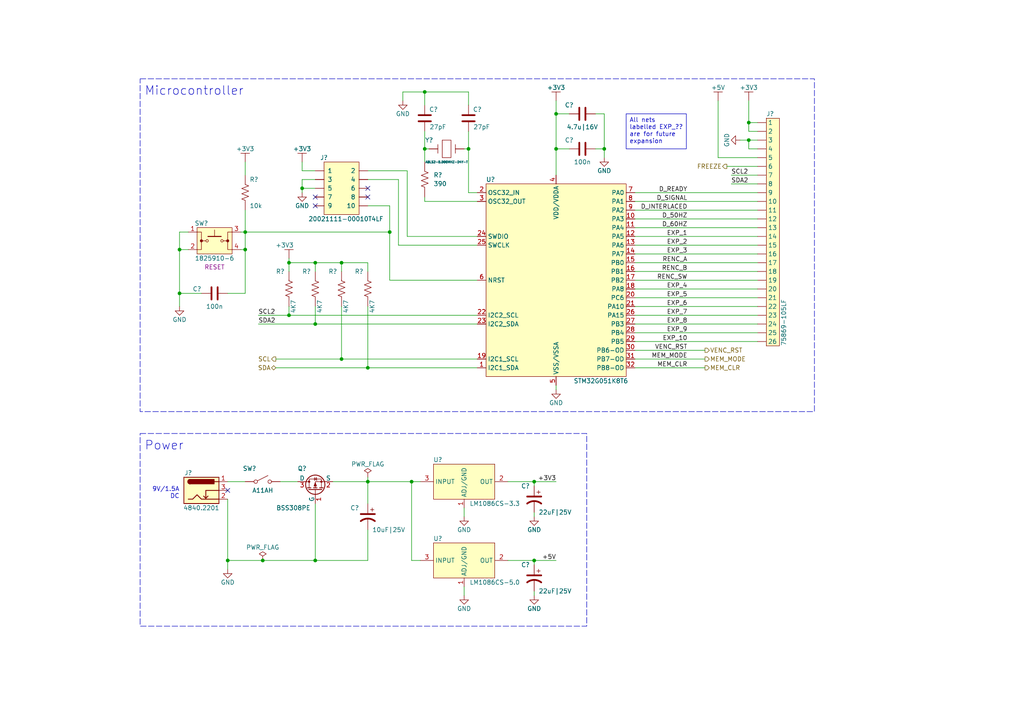
<source format=kicad_sch>
(kicad_sch (version 20230121) (generator eeschema)
  (paper "A4")
  (title_block (title "Time Base Corrector and Video Scaler") (date "2024-01-15") (rev "1"))
  (lib_symbols
    (symbol "593D226X9025D2TE3_1" (pin_numbers hide) (pin_names (offset 1.016) hide)
      (property "Reference" "C" (at 0 -5.08 0))
      (property "Value" "22uF|25V" (at 0 5.08 0))
      (symbol "593D226X9025D2TE3_1_0_1"
        (polyline (pts (xy -2.54 1.27) (xy -1.524 1.27)))
        (polyline (pts (xy -2.032 0.762) (xy -2.032 1.778)))
        (polyline (pts (xy -0.762 -2.032) (xy -0.762 2.032)) (stroke (width 0.508)))
        (arc (start 1.27 2.032) (mid 0.5572 0) (end 1.27 -2.032) (stroke (width 0.508)))
      )
      (symbol "593D226X9025D2TE3_1_1_1"
        (pin passive line (at -3.81 0 0) (length 2.794) (name "~") (number "1"))
        (pin passive line (at 3.81 0 180) (length 3.302) (name "~") (number "2"))
      )
    )
    (symbol "tbc:+3V3" (power) (pin_numbers hide) (pin_names (offset 1.016) hide)
      (property "Value" "+3V3" (at 0 3.81 0))
      (symbol "+3V3_0_1"
        (polyline (pts (xy -1.27 2.54) (xy 1.27 2.54)))
        (polyline (pts (xy 0 0) (xy 0 2.54)))
      )
      (symbol "+3V3_1_1"
        (pin power_in line (at 0 0 90) (length 0) hide (name "+3V3") (number "1"))
      )
    )
    (symbol "tbc:+5V" (power) (pin_numbers hide) (pin_names (offset 1.016) hide)
      (property "Value" "+5V" (at 0 3.81 0))
      (symbol "+5V_0_1"
        (polyline (pts (xy -1.27 2.54) (xy 1.27 2.54)))
        (polyline (pts (xy 0 0) (xy 0 2.54)))
      )
      (symbol "+5V_1_1"
        (pin power_in line (at 0 0 90) (length 0) hide (name "+5V") (number "1"))
      )
    )
    (symbol "tbc:1825910-6" (pin_names (offset 1.016) hide)
      (property "Reference" "SW" (at 0 -5.08 0))
      (property "Value" "1825910-6" (at 0 -10.16 0))
      (symbol "1825910-6_0_1"
        (rectangle (start -5.08 3.81) (end 5.08 -3.81) (fill (type background)))
        (circle (center -3.81 0) (radius 0.3556) (fill (type outline)))
        (circle (center -2.159 0) (radius 0.3556))
        (polyline (pts (xy -3.81 0) (xy -2.54 0)))
        (polyline (pts (xy -1.905 1.27) (xy 1.905 1.27)) (stroke (width 0.3048)))
        (polyline (pts (xy 0 1.27) (xy 0 3.175)))
        (polyline (pts (xy 2.54 0) (xy 3.81 0)))
        (polyline (pts (xy -5.08 2.54) (xy -3.81 2.54) (xy -3.81 -2.54) (xy -5.08 -2.54)))
        (polyline (pts (xy 5.08 2.54) (xy 3.81 2.54) (xy 3.81 -2.54) (xy 5.08 -2.54)))
        (circle (center 2.159 0) (radius 0.3556))
        (circle (center 3.81 0) (radius 0.3556) (fill (type outline)))
      )
      (symbol "1825910-6_1_1"
        (pin passive line (at -7.62 2.54 0) (length 2.54) (name "1") (number "1"))
        (pin passive line (at -7.62 -2.54 0) (length 2.54) (name "2") (number "2"))
        (pin passive line (at 7.62 2.54 180) (length 2.54) (name "3") (number "3"))
        (pin passive line (at 7.62 -2.54 180) (length 2.54) (name "4") (number "4"))
      )
    )
    (symbol "tbc:20021111-00010T4LF" (pin_numbers hide) (pin_names (offset 1.016))
      (property "Reference" "J" (at -3.81 8.89 0))
      (property "Value" "20021111-00010T4LF" (at 0 -10.16 0))
      (symbol "20021111-00010T4LF_0_1"
        (rectangle (start -5.08 7.62) (end 5.08 -7.62) (fill (type background)))
      )
      (symbol "20021111-00010T4LF_1_1"
        (pin passive line (at -7.62 5.08 0) (length 2.54) (name "1") (number "1"))
        (pin passive line (at 7.62 -5.08 180) (length 2.54) (name "10") (number "10"))
        (pin passive line (at 7.62 5.08 180) (length 2.54) (name "2") (number "2"))
        (pin passive line (at -7.62 2.54 0) (length 2.54) (name "3") (number "3"))
        (pin passive line (at 7.62 2.54 180) (length 2.54) (name "4") (number "4"))
        (pin passive line (at -7.62 0 0) (length 2.54) (name "5") (number "5"))
        (pin passive line (at 7.62 0 180) (length 2.54) (name "6") (number "6"))
        (pin passive line (at -7.62 -2.54 0) (length 2.54) (name "7") (number "7"))
        (pin passive line (at 7.62 -2.54 180) (length 2.54) (name "8") (number "8"))
        (pin passive line (at -7.62 -5.08 0) (length 2.54) (name "9") (number "9"))
      )
    )
    (symbol "tbc:293D106X9025C2TE3" (pin_numbers hide) (pin_names (offset 1.016) hide)
      (property "Reference" "C" (at 0 -5.08 0))
      (property "Value" "10uF|25V" (at 0 5.08 0))
      (symbol "293D106X9025C2TE3_0_1"
        (polyline (pts (xy -2.54 1.27) (xy -1.524 1.27)))
        (polyline (pts (xy -2.032 0.762) (xy -2.032 1.778)))
        (polyline (pts (xy -0.762 -2.032) (xy -0.762 2.032)) (stroke (width 0.508)))
        (arc (start 1.27 2.032) (mid 0.5572 0) (end 1.27 -2.032) (stroke (width 0.508)))
      )
      (symbol "293D106X9025C2TE3_1_1"
        (pin passive line (at -3.81 0 0) (length 2.794) (name "~") (number "1"))
        (pin passive line (at 3.81 0 180) (length 3.302) (name "~") (number "2"))
      )
    )
    (symbol "tbc:4840.2201"
      (property "Reference" "J" (at -6.35 5.08 0))
      (property "Value" "4840.2201" (at 0 -5.08 0))
      (symbol "4840.2201_0_1"
        (rectangle (start -6.35 3.81) (end 3.81 -3.81) (stroke (width 0.254)) (fill (type background)))
        (arc (start -4.572 3.175) (mid -5.2043 2.54) (end -4.572 1.905) (stroke (width 0.254)))
        (arc (start -4.572 3.175) (mid -5.2043 2.54) (end -4.572 1.905) (stroke (width 0.254)) (fill (type outline)))
        (polyline (pts (xy 0 -2.286) (xy 0.635 -1.651)) (stroke (width 0.254)))
        (polyline (pts (xy 3.81 2.54) (xy 2.54 2.54)) (stroke (width 0.254)))
        (polyline (pts (xy 3.81 0) (xy 0 0) (xy 0 -2.286) (xy -0.635 -1.651)) (stroke (width 0.254)))
        (polyline (pts (xy -5.08 -2.54) (xy -3.81 -2.54) (xy -2.54 -1.27) (xy -1.27 -2.54) (xy 1.27 -2.54) (xy 3.81 -2.54)) (stroke (width 0.254)))
        (rectangle (start 2.413 3.175) (end -4.572 1.905) (stroke (width 0.254)) (fill (type outline)))
      )
      (symbol "4840.2201_1_1"
        (pin passive line (at 6.35 2.54 180) (length 2.54) (name "~") (number "1"))
        (pin passive line (at 6.35 -2.54 180) (length 2.54) (name "~") (number "2"))
        (pin passive line (at 6.35 0 180) (length 2.54) (name "~") (number "3"))
      )
    )
    (symbol "tbc:593D226X9025D2TE3" (pin_numbers hide) (pin_names (offset 1.016) hide)
      (property "Reference" "C" (at 0 -5.08 0))
      (property "Value" "22uF|25V" (at 0 5.08 0))
      (symbol "593D226X9025D2TE3_0_1"
        (polyline (pts (xy -2.54 1.27) (xy -1.524 1.27)))
        (polyline (pts (xy -2.032 0.762) (xy -2.032 1.778)))
        (polyline (pts (xy -0.762 -2.032) (xy -0.762 2.032)) (stroke (width 0.508)))
        (arc (start 1.27 2.032) (mid 0.5572 0) (end 1.27 -2.032) (stroke (width 0.508)))
      )
      (symbol "593D226X9025D2TE3_1_1"
        (pin passive line (at -3.81 0 0) (length 2.794) (name "~") (number "1"))
        (pin passive line (at 3.81 0 180) (length 3.302) (name "~") (number "2"))
      )
    )
    (symbol "tbc:75869-105LF" (pin_numbers hide)
      (property "Reference" "J" (at 0 33.02 0))
      (property "Value" "75869-105LF" (at 0 -36.83 0))
      (symbol "75869-105LF_0_0"
        (pin passive line (at -2.54 30.48 0) (length 2.54) (name "1") (number "1"))
        (pin passive line (at -2.54 7.62 0) (length 2.54) (name "10") (number "10"))
        (pin passive line (at -2.54 5.08 0) (length 2.54) (name "11") (number "11"))
        (pin passive line (at -2.54 2.54 0) (length 2.54) (name "12") (number "12"))
        (pin passive line (at -2.54 0 0) (length 2.54) (name "13") (number "13"))
        (pin passive line (at -2.54 -2.54 0) (length 2.54) (name "14") (number "14"))
        (pin passive line (at -2.54 -5.08 0) (length 2.54) (name "15") (number "15"))
        (pin passive line (at -2.54 -7.62 0) (length 2.54) (name "16") (number "16"))
        (pin passive line (at -2.54 -10.16 0) (length 2.54) (name "17") (number "17"))
        (pin passive line (at -2.54 -12.7 0) (length 2.54) (name "18") (number "18"))
        (pin passive line (at -2.54 -15.24 0) (length 2.54) (name "19") (number "19"))
        (pin passive line (at -2.54 27.94 0) (length 2.54) (name "2") (number "2"))
        (pin passive line (at -2.54 -17.78 0) (length 2.54) (name "20") (number "20"))
        (pin passive line (at -2.54 -20.32 0) (length 2.54) (name "21") (number "21"))
        (pin passive line (at -2.54 -22.86 0) (length 2.54) (name "22") (number "22"))
        (pin passive line (at -2.54 -25.4 0) (length 2.54) (name "23") (number "23"))
        (pin passive line (at -2.54 -27.94 0) (length 2.54) (name "24") (number "24"))
        (pin passive line (at -2.54 -30.48 0) (length 2.54) (name "25") (number "25"))
        (pin passive line (at -2.54 -33.02 0) (length 2.54) (name "26") (number "26"))
        (pin passive line (at -2.54 25.4 0) (length 2.54) (name "3") (number "3"))
        (pin passive line (at -2.54 22.86 0) (length 2.54) (name "4") (number "4"))
        (pin passive line (at -2.54 20.32 0) (length 2.54) (name "5") (number "5"))
        (pin passive line (at -2.54 17.78 0) (length 2.54) (name "6") (number "6"))
        (pin passive line (at -2.54 15.24 0) (length 2.54) (name "7") (number "7"))
        (pin passive line (at -2.54 12.7 0) (length 2.54) (name "8") (number "8"))
        (pin passive line (at -2.54 10.16 0) (length 2.54) (name "9") (number "9"))
      )
      (symbol "75869-105LF_1_1"
        (rectangle (start 0 31.75) (end 3.81 -34.29) (fill (type background)))
      )
    )
    (symbol "tbc:A11AH" (pin_numbers hide) (pin_names (offset 0) hide)
      (property "Reference" "SW" (at 0 3.175 0))
      (property "Value" "A11AH" (at 0 -2.54 0))
      (symbol "A11AH_0_0"
        (circle (center -2.032 0) (radius 0.508))
        (polyline (pts (xy -1.524 0.254) (xy 1.524 1.778)))
        (circle (center 2.032 0) (radius 0.508))
      )
      (symbol "A11AH_1_1"
        (pin passive line (at -5.08 0 0) (length 2.54) (name "A") (number "1"))
        (pin passive line (at 5.08 0 180) (length 2.54) (name "B") (number "3"))
      )
    )
    (symbol "tbc:ABLS2-8.000MHZ-D4Y-T" (pin_numbers hide) (pin_names (offset 1.016))
      (property "Reference" "Y" (at 0 -5.08 0))
      (property "Value" "ABLS2-8.000MHZ-D4Y-T" (at 1.27 3.81 0))
      (symbol "ABLS2-8.000MHZ-D4Y-T_0_1"
        (rectangle (start -1.27 2.54) (end 1.27 -2.54))
        (polyline (pts (xy -2.54 1.27) (xy -2.54 -1.27)))
        (polyline (pts (xy 2.54 1.27) (xy 2.54 -1.27)))
      )
      (symbol "ABLS2-8.000MHZ-D4Y-T_1_1"
        (pin passive line (at -5.08 0 0) (length 2.54) (name "~") (number "1"))
        (pin passive line (at 5.08 0 180) (length 2.54) (name "~") (number "2"))
      )
    )
    (symbol "tbc:BSS308PE" (pin_names (offset 0))
      (property "Reference" "Q" (at -5.08 3.81 0))
      (property "Value" "BSS308PE" (at 7.62 -5.08 0))
      (symbol "BSS308PE_0_1"
        (circle (center -0.889 0) (radius 2.794) (stroke (width 0.254)))
        (circle (center 0 -1.778) (radius 0.254) (fill (type outline)))
        (polyline (pts (xy -2.286 0) (xy -5.08 0)))
        (polyline (pts (xy -2.286 1.905) (xy -2.286 -1.905)) (stroke (width 0.254)))
        (polyline (pts (xy -1.778 -1.27) (xy -1.778 -2.286)) (stroke (width 0.254)))
        (polyline (pts (xy -1.778 0.508) (xy -1.778 -0.508)) (stroke (width 0.254)))
        (polyline (pts (xy -1.778 2.286) (xy -1.778 1.27)) (stroke (width 0.254)))
        (polyline (pts (xy 0 2.54) (xy 0 1.778)))
        (polyline (pts (xy 0 -2.54) (xy 0 0) (xy -1.778 0)))
        (polyline (pts (xy -1.778 1.778) (xy 0.762 1.778) (xy 0.762 -1.778) (xy -1.778 -1.778)))
        (polyline (pts (xy -0.254 0) (xy -1.27 0.381) (xy -1.27 -0.381) (xy -0.254 0)) (fill (type outline)))
        (polyline (pts (xy 0.254 -0.508) (xy 0.381 -0.381) (xy 1.143 -0.381) (xy 1.27 -0.254)))
        (polyline (pts (xy 0.762 -0.381) (xy 0.381 0.254) (xy 1.143 0.254) (xy 0.762 -0.381)))
        (circle (center 0 1.778) (radius 0.254) (fill (type outline)))
      )
      (symbol "BSS308PE_1_1"
        (pin input line (at -6.35 0 0) (length 2.54) (name "G") (number "1"))
        (pin passive line (at 0 -5.08 90) (length 2.54) (name "S") (number "2"))
        (pin passive line (at 0 5.08 270) (length 2.54) (name "D") (number "3"))
      )
    )
    (symbol "tbc:GCJ188R71H104KA12D" (pin_numbers hide) (pin_names (offset 1.016))
      (property "Reference" "C" (at 0 3.81 0))
      (property "Value" "100n" (at 0 -3.81 0))
      (symbol "GCJ188R71H104KA12D_0_1"
        (rectangle (start -0.889 1.778) (end -0.889 -1.778) (stroke (width 0.508)))
        (rectangle (start 0.889 1.778) (end 0.889 -1.778) (stroke (width 0.508)))
      )
      (symbol "GCJ188R71H104KA12D_1_1"
        (pin passive line (at -3.81 0 0) (length 2.794) (name "~") (number "1"))
        (pin passive line (at 3.81 0 180) (length 2.794) (name "~") (number "2"))
      )
    )
    (symbol "tbc:GCM1885C2A270JA16D" (pin_numbers hide) (pin_names (offset 1.016))
      (property "Reference" "C" (at 0 3.81 0))
      (property "Value" "27pF" (at 0 -3.81 0))
      (symbol "GCM1885C2A270JA16D_0_1"
        (rectangle (start -0.889 1.778) (end -0.889 -1.778) (stroke (width 0.508)))
        (rectangle (start 0.889 1.778) (end 0.889 -1.778) (stroke (width 0.508)))
      )
      (symbol "GCM1885C2A270JA16D_1_1"
        (pin passive line (at -3.81 0 0) (length 2.794) (name "~") (number "1"))
        (pin passive line (at 3.81 0 180) (length 2.794) (name "~") (number "2"))
      )
    )
    (symbol "tbc:GND" (power) (pin_numbers hide) (pin_names (offset 0) hide)
      (property "Value" "GND" (at 0 -3.81 0))
      (symbol "GND_0_1"
        (polyline (pts (xy 0 0) (xy 0 -1.27) (xy 1.27 -1.27) (xy 0 -2.54) (xy -1.27 -1.27) (xy 0 -1.27)))
      )
      (symbol "GND_1_1"
        (pin power_in line (at 0 0 270) (length 0) hide (name "GND") (number "1"))
      )
    )
    (symbol "tbc:GRT188C71C475KE13D" (pin_numbers hide) (pin_names (offset 1.016))
      (property "Reference" "C" (at 0 3.81 0))
      (property "Value" "4.7u|16V" (at 0 -3.81 0))
      (symbol "GRT188C71C475KE13D_0_1"
        (rectangle (start -0.889 1.778) (end -0.889 -1.778) (stroke (width 0.508)))
        (rectangle (start 0.889 1.778) (end 0.889 -1.778) (stroke (width 0.508)))
      )
      (symbol "GRT188C71C475KE13D_1_1"
        (pin passive line (at -3.81 0 0) (length 2.794) (name "~") (number "1"))
        (pin passive line (at 3.81 0 180) (length 2.794) (name "~") (number "2"))
      )
    )
    (symbol "tbc:LM1086CS-3.3"
      (property "Reference" "U" (at -8.89 6.35 0))
      (property "Value" "LM1086CS-3.3" (at 10.16 -6.35 0))
      (symbol "LM1086CS-3.3_1_1"
        (rectangle (start -8.89 5.08) (end 8.89 -5.08) (fill (type background)))
        (pin power_in line (at 0 -7.62 90) (length 2.54) (name "ADJ/GND") (number "1"))
        (pin power_out line (at 12.7 0 180) (length 3.81) (name "OUT") (number "2"))
        (pin power_in line (at -12.7 0 0) (length 3.81) (name "INPUT") (number "3"))
      )
    )
    (symbol "tbc:LM1086CS-5.0"
      (property "Reference" "U" (at -8.89 6.35 0))
      (property "Value" "LM1086CS-5.0" (at 10.16 -6.35 0))
      (symbol "LM1086CS-5.0_1_1"
        (rectangle (start -8.89 5.08) (end 8.89 -5.08) (fill (type background)))
        (pin power_in line (at 0 -7.62 90) (length 2.54) (name "ADJ/GND") (number "1"))
        (pin power_out line (at 12.7 0 180) (length 3.81) (name "OUT") (number "2"))
        (pin power_in line (at -12.7 0 0) (length 3.81) (name "INPUT") (number "3"))
      )
    )
    (symbol "tbc:PWR_FLAG" (power) (pin_numbers hide) (pin_names (offset 0) hide)
      (property "Value" "PWR_FLAG" (at 0 3.81 0))
      (symbol "PWR_FLAG_0_0"
        (pin power_out line (at 0 0 90) (length 0) (name "pwr") (number "1"))
      )
      (symbol "PWR_FLAG_0_1"
        (polyline (pts (xy 0 0) (xy 0 1.27) (xy -1.016 1.905) (xy 0 2.54) (xy 1.016 1.905) (xy 0 1.27)))
      )
    )
    (symbol "tbc:RC0603FR-0710KL" (pin_numbers hide) (pin_names (offset 1.016))
      (property "Reference" "R" (at 0 -2.54 0))
      (property "Value" "10k" (at 0 2.54 0))
      (symbol "RC0603FR-0710KL_0_1"
        (polyline (pts (xy -2.2225 0) (xy -2.4765 0)))
        (polyline (pts (xy 2.3495 0) (xy 2.6035 0)))
        (polyline (pts (xy -2.2225 0) (xy -1.8415 1.016) (xy -1.4605 0) (xy -1.0795 -1.016) (xy -0.6985 0)))
        (polyline (pts (xy -0.6985 0) (xy -0.3175 1.016) (xy 0.0635 0) (xy 0.4445 -1.016) (xy 0.8255 0)))
        (polyline (pts (xy 0.8255 0) (xy 1.2065 1.016) (xy 1.5875 0) (xy 1.9685 -1.016) (xy 2.3495 0)))
      )
      (symbol "RC0603FR-0710KL_1_1"
        (pin passive line (at -5.08 0 0) (length 2.54) (name "~") (number "1"))
        (pin passive line (at 5.08 0 180) (length 2.54) (name "~") (number "2"))
      )
    )
    (symbol "tbc:RC0603FR-07390RL" (pin_numbers hide) (pin_names (offset 1.016))
      (property "Reference" "R" (at 0 -2.54 0))
      (property "Value" "390" (at 0 2.54 0))
      (symbol "RC0603FR-07390RL_0_1"
        (polyline (pts (xy -2.2225 0) (xy -2.4765 0)))
        (polyline (pts (xy 2.3495 0) (xy 2.6035 0)))
        (polyline (pts (xy -2.2225 0) (xy -1.8415 1.016) (xy -1.4605 0) (xy -1.0795 -1.016) (xy -0.6985 0)))
        (polyline (pts (xy -0.6985 0) (xy -0.3175 1.016) (xy 0.0635 0) (xy 0.4445 -1.016) (xy 0.8255 0)))
        (polyline (pts (xy 0.8255 0) (xy 1.2065 1.016) (xy 1.5875 0) (xy 1.9685 -1.016) (xy 2.3495 0)))
      )
      (symbol "RC0603FR-07390RL_1_1"
        (pin passive line (at -5.08 0 0) (length 2.54) (name "~") (number "1"))
        (pin passive line (at 5.08 0 180) (length 2.54) (name "~") (number "2"))
      )
    )
    (symbol "tbc:RC0603FR-074K7L" (pin_numbers hide) (pin_names (offset 1.016))
      (property "Reference" "R" (at 0 -2.54 0))
      (property "Value" "4K7" (at 0 2.54 0))
      (symbol "RC0603FR-074K7L_0_1"
        (polyline (pts (xy -2.2225 0) (xy -2.4765 0)))
        (polyline (pts (xy 2.3495 0) (xy 2.6035 0)))
        (polyline (pts (xy -2.2225 0) (xy -1.8415 1.016) (xy -1.4605 0) (xy -1.0795 -1.016) (xy -0.6985 0)))
        (polyline (pts (xy -0.6985 0) (xy -0.3175 1.016) (xy 0.0635 0) (xy 0.4445 -1.016) (xy 0.8255 0)))
        (polyline (pts (xy 0.8255 0) (xy 1.2065 1.016) (xy 1.5875 0) (xy 1.9685 -1.016) (xy 2.3495 0)))
      )
      (symbol "RC0603FR-074K7L_1_1"
        (pin passive line (at -5.08 0 0) (length 2.54) (name "~") (number "1"))
        (pin passive line (at 5.08 0 180) (length 2.54) (name "~") (number "2"))
      )
    )
    (symbol "tbc:STM32G051K8T6"
      (property "Reference" "U" (at -19.05 29.21 0))
      (property "Value" "STM32G051K8T6" (at 12.7 -30.48 0))
      (symbol "STM32G051K8T6_0_0"
        (pin bidirectional line (at 22.86 17.78 180) (length 2.54) (name "PA3") (number "10"))
        (pin bidirectional line (at 22.86 15.24 180) (length 2.54) (name "PA4") (number "11"))
        (pin bidirectional line (at 22.86 12.7 180) (length 2.54) (name "PA5") (number "12"))
        (pin bidirectional line (at 22.86 10.16 180) (length 2.54) (name "PA6") (number "13"))
        (pin bidirectional line (at 22.86 7.62 180) (length 2.54) (name "PA7") (number "14"))
        (pin bidirectional line (at 22.86 5.08 180) (length 2.54) (name "PB0") (number "15"))
        (pin bidirectional line (at 22.86 2.54 180) (length 2.54) (name "PB1") (number "16"))
        (pin bidirectional line (at 22.86 0 180) (length 2.54) (name "PB2") (number "17"))
        (pin bidirectional line (at 22.86 -2.54 180) (length 2.54) (name "PA8") (number "18"))
        (pin bidirectional line (at 22.86 -5.08 180) (length 2.54) (name "PC6") (number "20"))
        (pin bidirectional line (at 22.86 -7.62 180) (length 2.54) (name "PA10") (number "21"))
        (pin bidirectional line (at 22.86 -10.16 180) (length 2.54) (name "PA15") (number "26"))
        (pin bidirectional line (at 22.86 -12.7 180) (length 2.54) (name "PB3") (number "27"))
        (pin bidirectional line (at 22.86 -15.24 180) (length 2.54) (name "PB4") (number "28"))
        (pin bidirectional line (at 22.86 -17.78 180) (length 2.54) (name "PB5") (number "29"))
        (pin power_in line (at 0 30.48 270) (length 2.54) (name "VDD/VDDA") (number "4"))
        (pin power_in line (at 0 -30.48 90) (length 2.54) (name "VSS/VSSA") (number "5"))
        (pin bidirectional line (at 22.86 25.4 180) (length 2.54) (name "PA0") (number "7"))
        (pin bidirectional line (at 22.86 22.86 180) (length 2.54) (name "PA1") (number "8"))
        (pin bidirectional line (at 22.86 20.32 180) (length 2.54) (name "PA2") (number "9"))
      )
      (symbol "STM32G051K8T6_1_0"
        (pin bidirectional line (at -22.86 -25.4 0) (length 2.54) (name "PB9") (number "1") (alternate "I2C1_SDA" bidirectional line))
        (pin bidirectional line (at -22.86 -22.86 0) (length 2.54) (name "PA9") (number "19") (alternate "I2C1_SCL" bidirectional line))
        (pin bidirectional line (at -22.86 25.4 0) (length 2.54) (name "PC14-OSC32_IN") (number "2") (alternate "OSC32_IN" input line))
        (pin bidirectional line (at -22.86 -10.16 0) (length 2.54) (name "PA11_[PA9]") (number "22") (alternate "I2C2_SCL" bidirectional line))
        (pin bidirectional line (at -22.86 -12.7 0) (length 2.54) (name "PA12_[PA10]") (number "23") (alternate "I2C2_SDA" bidirectional line))
        (pin bidirectional line (at -22.86 12.7 0) (length 2.54) (name "PA13") (number "24") (alternate "SWDIO" bidirectional line))
        (pin bidirectional line (at -22.86 10.16 0) (length 2.54) (name "PA14-BOOT0") (number "25") (alternate "SWCLK" bidirectional line))
        (pin bidirectional line (at -22.86 22.86 0) (length 2.54) (name "PC15-OSC32_OUT") (number "3") (alternate "OSC32_OUT" output line))
        (pin bidirectional line (at 22.86 -20.32 180) (length 2.54) (name "PB6") (number "30") (alternate "PB6-OD" open_collector line))
        (pin bidirectional line (at 22.86 -22.86 180) (length 2.54) (name "PB7") (number "31") (alternate "PB7-OD" open_collector line))
        (pin bidirectional line (at 22.86 -25.4 180) (length 2.54) (name "PB8") (number "32") (alternate "PB8-OD" open_collector line))
        (pin bidirectional line (at -22.86 0 0) (length 2.54) (name "PF2-NRST") (number "6") (alternate "NRST" open_collector line))
      )
      (symbol "STM32G051K8T6_1_1"
        (rectangle (start -20.32 27.94) (end 20.32 -27.94) (fill (type background)))
      )
    )
  )
  (junction (at 87.63 54.61))
  (junction (at 154.94 139.7))
  (junction (at 91.44 76.2))
  (junction (at 91.44 93.98))
  (junction (at 123.19 43.18))
  (junction (at 123.19 26.67))
  (junction (at 91.44 162.56))
  (junction (at 154.94 162.56))
  (junction (at 113.03 67.31))
  (junction (at 52.07 85.09))
  (junction (at 83.82 91.44))
  (junction (at 83.82 76.2))
  (junction (at 76.2 162.56))
  (junction (at 106.68 106.68))
  (junction (at 99.06 76.2))
  (junction (at 217.17 35.56))
  (junction (at 135.89 43.18))
  (junction (at 161.29 43.18))
  (junction (at 217.17 40.64))
  (junction (at 106.68 139.7))
  (junction (at 52.07 72.39))
  (junction (at 99.06 104.14))
  (junction (at 71.12 67.31))
  (junction (at 119.38 139.7))
  (junction (at 161.29 33.02))
  (junction (at 66.04 162.56))
  (junction (at 175.26 43.18))
  (junction (at 71.12 72.39))
  (no_connect (at 106.68 54.61))
  (no_connect (at 91.44 59.69))
  (no_connect (at 106.68 57.15))
  (no_connect (at 91.44 57.15))
  (no_connect (at 66.04 142.24))
  (wire (pts (xy 106.68 138.43) (xy 106.68 139.7)))
  (wire (pts (xy 106.68 139.7) (xy 119.38 139.7)))
  (wire (pts (xy 76.2 162.56) (xy 91.44 162.56)))
  (wire (pts (xy 184.15 106.68) (xy 204.47 106.68)))
  (wire (pts (xy 184.15 76.2) (xy 219.71 76.2)))
  (wire (pts (xy 118.11 68.58) (xy 138.43 68.58)))
  (wire (pts (xy 217.17 35.56) (xy 219.71 35.56)))
  (wire (pts (xy 208.28 29.21) (xy 208.28 45.72)))
  (wire (pts (xy 123.19 58.42) (xy 138.43 58.42)))
  (wire (pts (xy 116.84 26.67) (xy 116.84 29.21)))
  (wire (pts (xy 66.04 85.09) (xy 71.12 85.09)))
  (wire (pts (xy 214.63 40.64) (xy 217.17 40.64)))
  (wire (pts (xy 69.85 67.31) (xy 71.12 67.31)))
  (wire (pts (xy 83.82 76.2) (xy 91.44 76.2)))
  (wire (pts (xy 161.29 43.18) (xy 165.1 43.18)))
  (wire (pts (xy 154.94 162.56) (xy 161.29 162.56)))
  (wire (pts (xy 52.07 85.09) (xy 52.07 88.9)))
  (wire (pts (xy 184.15 78.74) (xy 219.71 78.74)))
  (wire (pts (xy 116.84 26.67) (xy 123.19 26.67)))
  (wire (pts (xy 184.15 91.44) (xy 219.71 91.44)))
  (wire (pts (xy 113.03 59.69) (xy 113.03 67.31)))
  (wire (pts (xy 66.04 162.56) (xy 76.2 162.56)))
  (wire (pts (xy 147.32 139.7) (xy 154.94 139.7)))
  (wire (pts (xy 184.15 73.66) (xy 219.71 73.66)))
  (wire (pts (xy 91.44 76.2) (xy 99.06 76.2)))
  (wire (pts (xy 119.38 162.56) (xy 119.38 139.7)))
  (wire (pts (xy 106.68 76.2) (xy 106.68 78.74)))
  (wire (pts (xy 123.19 26.67) (xy 123.19 30.48)))
  (wire (pts (xy 115.57 71.12) (xy 138.43 71.12)))
  (wire (pts (xy 58.42 85.09) (xy 52.07 85.09)))
  (wire (pts (xy 106.68 88.9) (xy 106.68 106.68)))
  (wire (pts (xy 91.44 93.98) (xy 138.43 93.98)))
  (wire (pts (xy 154.94 148.59) (xy 154.94 149.86)))
  (wire (pts (xy 161.29 111.76) (xy 161.29 113.03)))
  (wire (pts (xy 184.15 68.58) (xy 219.71 68.58)))
  (wire (pts (xy 134.62 43.18) (xy 135.89 43.18)))
  (wire (pts (xy 184.15 66.04) (xy 219.71 66.04)))
  (wire (pts (xy 134.62 170.18) (xy 134.62 172.72)))
  (wire (pts (xy 184.15 60.96) (xy 219.71 60.96)))
  (wire (pts (xy 106.68 49.53) (xy 118.11 49.53)))
  (wire (pts (xy 219.71 38.1) (xy 217.17 38.1)))
  (wire (pts (xy 118.11 49.53) (xy 118.11 68.58)))
  (wire (pts (xy 71.12 67.31) (xy 71.12 72.39)))
  (wire (pts (xy 91.44 52.07) (xy 87.63 52.07)))
  (wire (pts (xy 172.72 43.18) (xy 175.26 43.18)))
  (wire (pts (xy 154.94 162.56) (xy 154.94 163.83)))
  (wire (pts (xy 138.43 55.88) (xy 135.89 55.88)))
  (wire (pts (xy 184.15 63.5) (xy 219.71 63.5)))
  (wire (pts (xy 71.12 60.96) (xy 71.12 67.31)))
  (wire (pts (xy 161.29 43.18) (xy 161.29 50.8)))
  (wire (pts (xy 91.44 162.56) (xy 106.68 162.56)))
  (wire (pts (xy 96.52 139.7) (xy 106.68 139.7)))
  (wire (pts (xy 123.19 38.1) (xy 123.19 43.18)))
  (wire (pts (xy 154.94 139.7) (xy 154.94 140.97)))
  (wire (pts (xy 135.89 38.1) (xy 135.89 43.18)))
  (wire (pts (xy 80.01 104.14) (xy 99.06 104.14)))
  (wire (pts (xy 54.61 72.39) (xy 52.07 72.39)))
  (wire (pts (xy 74.93 93.98) (xy 91.44 93.98)))
  (wire (pts (xy 99.06 88.9) (xy 99.06 104.14)))
  (wire (pts (xy 106.68 153.67) (xy 106.68 162.56)))
  (wire (pts (xy 154.94 171.45) (xy 154.94 172.72)))
  (wire (pts (xy 119.38 139.7) (xy 121.92 139.7)))
  (wire (pts (xy 217.17 40.64) (xy 217.17 43.18)))
  (wire (pts (xy 52.07 72.39) (xy 52.07 67.31)))
  (wire (pts (xy 99.06 104.14) (xy 138.43 104.14)))
  (wire (pts (xy 52.07 67.31) (xy 54.61 67.31)))
  (wire (pts (xy 71.12 67.31) (xy 113.03 67.31)))
  (wire (pts (xy 71.12 46.99) (xy 71.12 50.8)))
  (wire (pts (xy 212.09 50.8) (xy 219.71 50.8)))
  (wire (pts (xy 87.63 54.61) (xy 87.63 55.88)))
  (wire (pts (xy 81.28 139.7) (xy 86.36 139.7)))
  (wire (pts (xy 147.32 162.56) (xy 154.94 162.56)))
  (wire (pts (xy 66.04 139.7) (xy 71.12 139.7)))
  (wire (pts (xy 184.15 101.6) (xy 204.47 101.6)))
  (wire (pts (xy 83.82 91.44) (xy 138.43 91.44)))
  (wire (pts (xy 91.44 88.9) (xy 91.44 93.98)))
  (wire (pts (xy 99.06 76.2) (xy 99.06 78.74)))
  (wire (pts (xy 87.63 54.61) (xy 91.44 54.61)))
  (wire (pts (xy 184.15 99.06) (xy 219.71 99.06)))
  (wire (pts (xy 212.09 53.34) (xy 219.71 53.34)))
  (wire (pts (xy 172.72 33.02) (xy 175.26 33.02)))
  (wire (pts (xy 121.92 162.56) (xy 119.38 162.56)))
  (wire (pts (xy 83.82 78.74) (xy 83.82 76.2)))
  (wire (pts (xy 217.17 38.1) (xy 217.17 35.56)))
  (wire (pts (xy 184.15 81.28) (xy 219.71 81.28)))
  (wire (pts (xy 184.15 71.12) (xy 219.71 71.12)))
  (wire (pts (xy 175.26 43.18) (xy 175.26 45.72)))
  (wire (pts (xy 69.85 72.39) (xy 71.12 72.39)))
  (wire (pts (xy 217.17 35.56) (xy 217.17 29.21)))
  (wire (pts (xy 161.29 33.02) (xy 161.29 43.18)))
  (wire (pts (xy 208.28 45.72) (xy 219.71 45.72)))
  (wire (pts (xy 71.12 72.39) (xy 71.12 85.09)))
  (wire (pts (xy 80.01 106.68) (xy 106.68 106.68)))
  (wire (pts (xy 99.06 76.2) (xy 106.68 76.2)))
  (wire (pts (xy 91.44 146.05) (xy 91.44 162.56)))
  (wire (pts (xy 123.19 43.18) (xy 124.46 43.18)))
  (wire (pts (xy 184.15 88.9) (xy 219.71 88.9)))
  (wire (pts (xy 184.15 58.42) (xy 219.71 58.42)))
  (wire (pts (xy 219.71 43.18) (xy 217.17 43.18)))
  (wire (pts (xy 66.04 144.78) (xy 66.04 162.56)))
  (wire (pts (xy 87.63 52.07) (xy 87.63 54.61)))
  (wire (pts (xy 113.03 81.28) (xy 113.03 67.31)))
  (wire (pts (xy 115.57 52.07) (xy 115.57 71.12)))
  (wire (pts (xy 113.03 81.28) (xy 138.43 81.28)))
  (wire (pts (xy 91.44 49.53) (xy 87.63 49.53)))
  (wire (pts (xy 184.15 93.98) (xy 219.71 93.98)))
  (wire (pts (xy 210.82 48.26) (xy 219.71 48.26)))
  (wire (pts (xy 52.07 72.39) (xy 52.07 85.09)))
  (wire (pts (xy 184.15 86.36) (xy 219.71 86.36)))
  (wire (pts (xy 184.15 83.82) (xy 219.71 83.82)))
  (wire (pts (xy 154.94 139.7) (xy 161.29 139.7)))
  (wire (pts (xy 91.44 76.2) (xy 91.44 78.74)))
  (wire (pts (xy 135.89 43.18) (xy 135.89 55.88)))
  (wire (pts (xy 135.89 26.67) (xy 135.89 30.48)))
  (wire (pts (xy 184.15 55.88) (xy 219.71 55.88)))
  (wire (pts (xy 134.62 147.32) (xy 134.62 149.86)))
  (wire (pts (xy 175.26 33.02) (xy 175.26 43.18)))
  (wire (pts (xy 66.04 162.56) (xy 66.04 165.1)))
  (wire (pts (xy 74.93 91.44) (xy 83.82 91.44)))
  (wire (pts (xy 184.15 96.52) (xy 219.71 96.52)))
  (wire (pts (xy 123.19 57.15) (xy 123.19 58.42)))
  (wire (pts (xy 184.15 104.14) (xy 204.47 104.14)))
  (wire (pts (xy 87.63 49.53) (xy 87.63 46.99)))
  (wire (pts (xy 106.68 59.69) (xy 113.03 59.69)))
  (wire (pts (xy 106.68 106.68) (xy 138.43 106.68)))
  (wire (pts (xy 83.82 74.93) (xy 83.82 76.2)))
  (wire (pts (xy 83.82 88.9) (xy 83.82 91.44)))
  (wire (pts (xy 123.19 46.99) (xy 123.19 43.18)))
  (wire (pts (xy 106.68 139.7) (xy 106.68 146.05)))
  (wire (pts (xy 123.19 26.67) (xy 135.89 26.67)))
  (wire (pts (xy 161.29 29.21) (xy 161.29 33.02)))
  (wire (pts (xy 161.29 33.02) (xy 165.1 33.02)))
  (wire (pts (xy 219.71 40.64) (xy 217.17 40.64)))
  (wire (pts (xy 106.68 52.07) (xy 115.57 52.07)))
  (rectangle (start 40.64 22.86) (end 236.22 119.38) (stroke (width 0) (type dash)))
  (rectangle (start 40.64 125.73) (end 170.18 181.61) (stroke (width 0) (type dash)))
  (text_box "All nets labelled EXP_?? are for future expansion" (at 181.61 33.02 0) (size 17.4625 10.16) (effects (font (size 1.27 1.27)) (justify left top)))
  (text "9V/1.5A\nDC" (at 52.07 144.78 0) (effects (font (size 1.27 1.27)) (justify right bottom)))
  (text "Microcontroller" (at 41.91 27.94 0) (effects (font (size 2.54 2.54)) (justify left bottom)))
  (text "Power" (at 41.91 130.81 0) (effects (font (size 2.54 2.54)) (justify left bottom)))
  (label "EXP_8" (at 199.39 93.98 180))
  (label "EXP_4" (at 199.39 83.82 180))
  (label "EXP_5" (at 199.39 86.36 180))
  (label "EXP_1" (at 199.39 68.58 180))
  (label "+5V" (at 161.29 162.56 180))
  (label "MEM_CLR" (at 199.39 106.68 180))
  (label "EXP_10" (at 199.39 99.06 180))
  (label "D_50HZ" (at 199.39 63.5 180))
  (label "D_SIGNAL" (at 199.39 58.42 180))
  (label "EXP_9" (at 199.39 96.52 180))
  (label "RENC_B" (at 199.39 78.74 180))
  (label "D_60HZ" (at 199.39 66.04 180))
  (label "D_READY" (at 199.39 55.88 180))
  (label "RENC_SW" (at 199.39 81.28 180))
  (label "VENC_RST" (at 199.39 101.6 180))
  (label "EXP_2" (at 199.39 71.12 180))
  (label "SCL2" (at 212.09 50.8 0))
  (label "EXP_3" (at 199.39 73.66 180))
  (label "EXP_7" (at 199.39 91.44 180))
  (label "MEM_MODE" (at 199.39 104.14 180))
  (label "SDA2" (at 212.09 53.34 0))
  (label "EXP_6" (at 199.39 88.9 180))
  (label "D_INTERLACED" (at 199.39 60.96 180))
  (label "+3V3" (at 161.29 139.7 180))
  (label "RENC_A" (at 199.39 76.2 180))
  (label "SDA2" (at 74.93 93.98 0))
  (label "SCL2" (at 74.93 91.44 0))
  (hierarchical_label "MEM_CLR" (shape output) (at 204.47 106.68 0))
  (hierarchical_label "SCL" (shape output) (at 80.01 104.14 180))
  (hierarchical_label "FREEZE" (shape output) (at 210.82 48.26 180))
  (hierarchical_label "SDA" (shape bidirectional) (at 80.01 106.68 180))
  (hierarchical_label "MEM_MODE" (shape output) (at 204.47 104.14 0))
  (hierarchical_label "VENC_RST" (shape output) (at 204.47 101.6 0))
  (symbol (lib_id "tbc:RC0603FR-074K7L") (at 83.82 83.82 90) (unit 1)
    (property "Reference" "R?" (at 80.01 78.74 90) (effects (justify right)))
    (property "Value" "4K7" (at 85.09 88.9 0))
    (property "Datasheet" "https://www.yageo.com/upload/media/product/products/datasheet/rchip/PYu-RC_Group_51_RoHS_L_12.pdf" (effects hide))
    (property "Mouser" " 603-RC0603FR-074K7L" (effects hide))
  )
  (symbol (lib_id "tbc:+3V3") (at 83.82 74.93 0) (unit 1)
    (property "Reference" "#PWR?" (effects hide))
    (property "Value" "+3V3" (at 82.55 71.12 0))
  )
  (symbol (lib_id "tbc:593D226X9025D2TE3") (at 154.94 167.64 270) (unit 1)
    (property "Reference" "C?" (at 151.13 163.83 90) (effects (justify left)))
    (property "Value" "22uF|25V" (at 156.21 171.45 90) (effects (justify left)))
    (property "Datasheet" "https://www.vishay.com/docs/40005/593d.pdf" (effects hide))
    (property "Mouser" "74-593D226X9025D2TE3" (effects hide))
  )
  (symbol (lib_id "tbc:RC0603FR-074K7L") (at 91.44 83.82 90) (unit 1)
    (property "Reference" "R?" (at 87.63 78.74 90) (effects (justify right)))
    (property "Value" "4K7" (at 92.71 88.9 0))
    (property "Datasheet" "https://www.yageo.com/upload/media/product/products/datasheet/rchip/PYu-RC_Group_51_RoHS_L_12.pdf" (effects hide))
    (property "Mouser" " 603-RC0603FR-074K7L" (effects hide))
  )
  (symbol (lib_id "tbc:PWR_FLAG") (at 106.68 138.43 0) (unit 1)
    (property "Reference" "#FLG01" (effects hide))
    (property "Value" "PWR_FLAG" (at 106.68 134.62 0))
  )
  (symbol (lib_id "tbc:GND") (at 161.29 113.03 0) (unit 1)
    (property "Reference" "#PWR041" (effects hide))
    (property "Value" "GND" (at 161.29 116.84 0))
  )
  (symbol (lib_id "tbc:1825910-6") (at 62.23 69.85 0) (unit 1)
    (property "Reference" "SW?" (at 58.42 64.77 0))
    (property "Value" "1825910-6" (at 62.23 74.93 0))
    (property "Datasheet" "http://www.te.com/commerce/DocumentDelivery/DDEController?Action=srchrtrv&DocNm=1825910&DocType=Customer+Drawing&DocLang=English" (effects hide))
    (property "Mouser" "650-1825910-6" (effects hide))
    (property "Label" "RESET" (at 62.23 77.47 0))
  )
  (symbol (lib_id "tbc:GND") (at 134.62 149.86 0) (unit 1)
    (property "Reference" "#PWR022" (effects hide))
    (property "Value" "GND" (at 134.62 153.67 0))
  )
  (symbol (lib_id "tbc:GCJ188R71H104KA12D") (at 168.91 43.18 0) (unit 1)
    (property "Reference" "C?" (at 165.1 40.64 0))
    (property "Value" "100n" (at 168.91 46.99 0))
    (property "Datasheet" "https://au.mouser.com/datasheet/2/281/1/GCJ188R71H104KA12_02B-3140350.pdf" (effects hide))
    (property "Mouser" " 81-GCJ188R71H104KA2D" (effects hide))
  )
  (symbol (lib_id "tbc:LM1086CS-5.0") (at 134.62 162.56 0) (unit 1)
    (property "Reference" "U?" (at 127 156.21 0))
    (property "Value" "LM1086CS-5.0" (at 143.51 168.91 0))
    (property "Datasheet" "https://www.ti.com/lit/gpn/lm1086" (effects hide))
    (property "Mouser" "926-LM1086CS-5.0NOPB" (effects hide))
  )
  (symbol (lib_id "tbc:GRT188C71C475KE13D") (at 168.91 33.02 0) (unit 1)
    (property "Reference" "C?" (at 165.1 30.48 0))
    (property "Value" "4.7u|16V" (at 168.91 36.83 0))
    (property "Datasheet" "https://www.mouser.com/datasheet/2/281/1/GRT188C71C475KE13_01A-3158168.pdf" (effects hide))
    (property "Mouser" " 81-GRT188C71C475KE13" (effects hide))
  )
  (symbol (lib_id "tbc:RC0603FR-074K7L") (at 99.06 83.82 90) (unit 1)
    (property "Reference" "R?" (at 95.25 78.74 90) (effects (justify right)))
    (property "Value" "4K7" (at 100.33 88.9 0))
    (property "Datasheet" "https://www.yageo.com/upload/media/product/products/datasheet/rchip/PYu-RC_Group_51_RoHS_L_12.pdf" (effects hide))
    (property "Mouser" " 603-RC0603FR-074K7L" (effects hide))
  )
  (symbol (lib_id "tbc:GCM1885C2A270JA16D") (at 135.89 34.29 90) (unit 1)
    (property "Reference" "C?" (at 137.16 31.75 90) (effects (justify right)))
    (property "Value" "27pF" (at 139.7 36.83 90))
    (property "Datasheet" "https://au.mouser.com/datasheet/2/281/1/GCM1885C2A270JA16_01A-3143323.pdf" (effects hide))
    (property "Mouser" "81-GCM1885C2A270JA6D" (effects hide))
  )
  (symbol (lib_id "tbc:+5V") (at 208.28 29.21 0) (unit 1)
    (property "Reference" "#PWR059" (effects hide))
    (property "Value" "+5V" (at 208.28 25.4 0))
  )
  (symbol (lib_id "tbc:ABLS2-8.000MHZ-D4Y-T") (at 129.54 43.18 0) (unit 1)
    (property "Reference" "Y?" (at 124.46 40.64 0))
    (property "Value" "ABLS2-8.000MHZ-D4Y-T" (at 129.54 46.99 0) (effects (font (size 0.635 0.635))))
    (property "Datasheet" "https://au.mouser.com/datasheet/2/3/ABLS2-1775116.pdf" (effects hide))
    (property "Mouser" "520-80-20-5PX-EM-TR" (effects hide))
  )
  (symbol (lib_id "tbc:+3V3") (at 71.12 46.99 0) (unit 1)
    (property "Reference" "#PWR048" (effects hide))
    (property "Value" "+3V3" (at 71.12 43.18 0))
  )
  (symbol (lib_id "tbc:LM1086CS-3.3") (at 134.62 139.7 0) (unit 1)
    (property "Reference" "U?" (at 127 133.35 0))
    (property "Value" "LM1086CS-3.3" (at 143.51 146.05 0))
    (property "Datasheet" "https://www.ti.com/lit/gpn/lm1086" (effects hide))
    (property "Mouser" "926-LM1086CSX3.3NOPB" (effects hide))
  )
  (symbol (lib_id "tbc:+3V3") (at 217.17 29.21 0) (unit 1)
    (property "Reference" "#PWR025" (effects hide))
    (property "Value" "+3V3" (at 217.17 25.4 0))
  )
  (symbol (lib_id "tbc:20021111-00010T4LF") (at 99.06 54.61 0) (unit 1)
    (property "Reference" "J?" (at 93.98 45.72 0))
    (property "Value" "20021111-00010T4LF" (at 100.33 63.5 0))
    (property "Datasheet" "https://cdn.amphenol-cs.com/media/wysiwyg/files/documentation/datasheet/boardwiretoboard/bwb_minitek127_btb.pdf" (effects hide))
    (property "Digikey" "TC2030-IDC-ND" (effects hide))
    (property "Mouser" " 649-221111-00010T4LF" (effects hide))
  )
  (symbol (lib_id "tbc:BSS308PE") (at 91.44 139.7 90) (unit 1)
    (property "Reference" "Q?" (at 87.63 135.89 90))
    (property "Value" "BSS308PE" (at 85.09 147.32 90))
    (property "Datasheet" "https://au.mouser.com/datasheet/2/196/Infineon_BSS308PE_DS_v02_03_en-1731197.pdf" (effects hide))
    (property "Mouser" " 726-BSS308PEH6327XTS" (effects hide))
  )
  (symbol (lib_id "tbc:A11AH") (at 76.2 139.7 0) (unit 1)
    (property "Reference" "SW?" (at 72.39 135.89 0))
    (property "Value" "A11AH" (at 76.2 142.24 0))
    (property "Datasheet" "https://au.mouser.com/datasheet/2/295/Atoggles-1663582.pdf" (effects hide))
    (property "Mouser" "633-A11AH" (effects hide))
  )
  (symbol (lib_name "593D226X9025D2TE3_1") (lib_id "tbc:593D226X9025D2TE3") (at 154.94 144.78 270) (unit 1)
    (property "Reference" "C?" (at 151.13 140.97 90) (effects (justify left)))
    (property "Value" "22uF|25V" (at 156.21 148.59 90) (effects (justify left)))
    (property "Datasheet" "https://www.vishay.com/docs/40005/593d.pdf" (effects hide))
    (property "Mouser" "74-593D226X9025D2TE3" (effects hide))
  )
  (symbol (lib_id "tbc:GND") (at 154.94 172.72 0) (unit 1)
    (property "Reference" "#PWR026" (effects hide))
    (property "Value" "GND" (at 154.94 176.53 0))
  )
  (symbol (lib_id "tbc:GCJ188R71H104KA12D") (at 62.23 85.09 0) (unit 1)
    (property "Reference" "C?" (at 57.15 83.82 0))
    (property "Value" "100n" (at 62.23 88.9 0))
    (property "Datasheet" "https://au.mouser.com/datasheet/2/281/1/GCJ188R71H104KA12_02B-3140350.pdf" (effects hide))
    (property "Mouser" " 81-GCJ188R71H104KA2D" (effects hide))
  )
  (symbol (lib_id "tbc:RC0603FR-07390RL") (at 123.19 52.07 90) (unit 1)
    (property "Reference" "R?" (at 125.73 50.7682 90) (effects (justify right)))
    (property "Value" "390" (at 125.73 53.3082 90) (effects (justify right)))
    (property "Datasheet" "https://www.mouser.com/datasheet/2/447/YAGEO_PYu_RC_Group_51_RoHS_L_12-3313492.pdf" (effects hide))
    (property "Mouser" " 603-RC0603FR-07390RL" (effects hide))
  )
  (symbol (lib_id "tbc:PWR_FLAG") (at 76.2 162.56 0) (unit 1)
    (property "Reference" "#FLG02" (effects hide))
    (property "Value" "PWR_FLAG" (at 76.2 158.75 0))
  )
  (symbol (lib_id "tbc:+3V3") (at 161.29 29.21 0) (unit 1)
    (property "Reference" "#PWR014" (effects hide))
    (property "Value" "+3V3" (at 161.29 25.4 0))
  )
  (symbol (lib_id "tbc:STM32G051K8T6") (at 161.29 81.28 0) (unit 1)
    (property "Reference" "U?" (at 140.97 52.07 0) (effects (justify left)))
    (property "Value" "STM32G051K8T6" (at 166.37 110.49 0) (effects (justify left)))
    (property "Datasheet" "https://au.mouser.com/datasheet/2/389/stm32g051c6-2449954.pdf" (effects hide))
    (property "Mouser" "511-STM32G051K8T6" (effects hide))
    (pin "3" (alternate "OSC32_OUT"))
    (pin "24" (alternate "SWDIO"))
    (pin "25" (alternate "SWCLK"))
    (pin "1" (alternate "I2C1_SDA"))
    (pin "31" (alternate "PB7-OD"))
    (pin "2" (alternate "OSC32_IN"))
    (pin "19" (alternate "I2C1_SCL"))
    (pin "23" (alternate "I2C2_SDA"))
    (pin "30" (alternate "PB6-OD"))
    (pin "22" (alternate "I2C2_SCL"))
    (pin "32" (alternate "PB8-OD"))
    (pin "6" (alternate "NRST"))
  )
  (symbol (lib_id "tbc:GND") (at 66.04 165.1 0) (unit 1)
    (property "Reference" "#PWR013" (effects hide))
    (property "Value" "GND" (at 66.04 168.91 0))
  )
  (symbol (lib_id "tbc:GND") (at 175.26 45.72 0) (unit 1)
    (property "Reference" "#PWR021" (effects hide))
    (property "Value" "GND" (at 175.26 49.53 0))
  )
  (symbol (lib_id "tbc:GND") (at 214.63 40.64 270) (unit 1)
    (property "Reference" "#PWR027" (effects hide))
    (property "Value" "GND" (at 210.82 40.64 0))
  )
  (symbol (lib_id "tbc:RC0603FR-0710KL") (at 71.12 55.88 90) (unit 1)
    (property "Reference" "R?" (at 72.39 52.07 90) (effects (justify right)))
    (property "Value" "10k" (at 72.39 59.69 90) (effects (justify right)))
    (property "Datasheet" "https://www.mouser.com/datasheet/2/447/YAGEO_PYu_RC_Group_51_RoHS_L_12-3313492.pdf" (effects hide))
    (property "Mouser" "603-RC0603FR-0710KL" (effects hide))
  )
  (symbol (lib_id "tbc:GND") (at 87.63 55.88 0) (unit 1)
    (property "Reference" "#PWR016" (effects hide))
    (property "Value" "GND" (at 87.63 59.69 0))
  )
  (symbol (lib_id "tbc:GND") (at 52.07 88.9 0) (unit 1)
    (property "Reference" "#PWR043" (effects hide))
    (property "Value" "GND" (at 52.07 92.71 0))
  )
  (symbol (lib_id "tbc:75869-105LF") (at 222.25 66.04 0) (unit 1)
    (property "Reference" "J?" (at 222.25 33.02 0) (effects (justify left)))
    (property "Value" "75869-105LF" (at 227.33 100.33 90) (effects (justify left)))
    (property "Datasheet" "https://cdn.amphenol-cs.com/media/wysiwyg/files/documentation/datasheet/boardwiretoboard/bwb_quickie.pdf" (effects hide))
    (property "Mouser" "649-75869-105LF" (effects hide))
  )
  (symbol (lib_id "tbc:RC0603FR-074K7L") (at 106.68 83.82 90) (unit 1)
    (property "Reference" "R?" (at 102.87 78.74 90) (effects (justify right)))
    (property "Value" "4K7" (at 107.95 88.9 0))
    (property "Datasheet" "https://www.yageo.com/upload/media/product/products/datasheet/rchip/PYu-RC_Group_51_RoHS_L_12.pdf" (effects hide))
    (property "Mouser" " 603-RC0603FR-074K7L" (effects hide))
  )
  (symbol (lib_id "tbc:293D106X9025C2TE3") (at 106.68 149.86 270) (unit 1)
    (property "Reference" "C?" (at 101.6 147.32 90) (effects (justify left)))
    (property "Value" "10uF|25V" (at 107.95 153.67 90) (effects (justify left)))
    (property "Datasheet" "https://www.vishay.com/docs/40002/293d.pdf" (effects hide))
    (property "Mouser" "74-293D106X9025C2TE3" (effects hide))
  )
  (symbol (lib_id "tbc:+3V3") (at 87.63 46.99 0) (unit 1)
    (property "Reference" "#PWR015" (effects hide))
    (property "Value" "+3V3" (at 87.63 43.18 0))
  )
  (symbol (lib_id "tbc:GND") (at 116.84 29.21 0) (unit 1)
    (property "Reference" "#PWR042" (effects hide))
    (property "Value" "GND" (at 116.84 33.02 0))
  )
  (symbol (lib_id "tbc:GCM1885C2A270JA16D") (at 123.19 34.29 90) (unit 1)
    (property "Reference" "C?" (at 124.46 31.75 90) (effects (justify right)))
    (property "Value" "27pF" (at 127 36.83 90))
    (property "Datasheet" "https://au.mouser.com/datasheet/2/281/1/GCM1885C2A270JA16_01A-3143323.pdf" (effects hide))
    (property "Mouser" "81-GCM1885C2A270JA6D" (effects hide))
  )
  (symbol (lib_id "tbc:4840.2201") (at 59.69 142.24 0) (unit 1)
    (property "Reference" "J?" (at 54.61 137.16 0))
    (property "Value" "4840.2201" (at 58.42 147.32 0))
    (property "Datasheet" "https://au.mouser.com/datasheet/2/358/typ_4840_2201-1307781.pdf" (effects hide))
    (property "Mouser" "693-4840.2201" (effects hide))
  )
  (symbol (lib_id "tbc:GND") (at 134.62 172.72 0) (unit 1)
    (property "Reference" "#PWR023" (effects hide))
    (property "Value" "GND" (at 134.62 176.53 0))
  )
  (symbol (lib_id "tbc:GND") (at 154.94 149.86 0) (unit 1)
    (property "Reference" "#PWR024" (effects hide))
    (property "Value" "GND" (at 154.94 153.67 0))
  )
)
</source>
